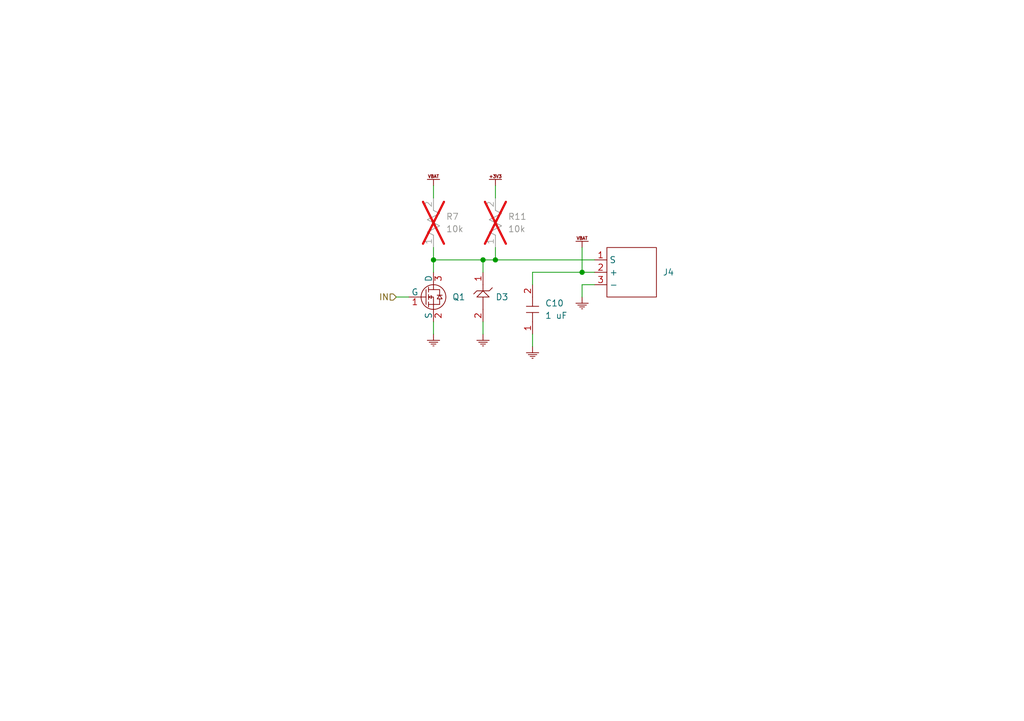
<source format=kicad_sch>
(kicad_sch (version 20230121) (generator eeschema)
  (paper "A5")
  (lib_symbols
    (symbol "zandmd:+3V3" (power) (pin_names (offset 0))
      (symbol "+3V3_0_1"
        (polyline (pts (xy -1.27 1.27) (xy 1.27 1.27)))
        (polyline (pts (xy 0 0) (xy 0 1.27)))
      )
      (symbol "+3V3_1_1"
        (text "+3V3" (at 0 1.905 0) (effects (font (size 0.635 0.635))))
        (pin power_in line (at 0 0 90) (length 0) hide (name "+3V3") (number "1"))
      )
    )
    (symbol "zandmd:BSS816NWH6327XTSA1" (pin_names (offset 0))
      (property "Reference" "Q" (at 0 0 0))
      (symbol "BSS816NWH6327XTSA1_0_1"
        (polyline (pts (xy 2.54 5.08) (xy 3.556 5.08)))
        (polyline (pts (xy 3.556 6.604) (xy 3.556 3.556)))
        (polyline (pts (xy 4.064 3.048) (xy 4.064 4.064)))
        (polyline (pts (xy 4.064 3.556) (xy 5.08 3.556)))
        (polyline (pts (xy 4.064 5.588) (xy 4.064 4.572)))
        (polyline (pts (xy 4.064 7.112) (xy 4.064 6.096)))
        (polyline (pts (xy 5.842 5.461) (xy 6.858 5.461)))
        (polyline (pts (xy 4.064 6.604) (xy 5.08 6.604) (xy 5.08 7.62)))
        (polyline (pts (xy 4.699 5.08) (xy 5.08 5.08) (xy 5.08 2.54)))
        (polyline (pts (xy 5.08 3.556) (xy 6.35 3.556) (xy 6.35 4.699)))
        (polyline (pts (xy 6.35 5.461) (xy 6.35 6.604) (xy 5.08 6.604)))
        (polyline (pts (xy 4.064 5.08) (xy 4.699 4.826) (xy 4.699 5.334) (xy 4.064 5.08)))
        (polyline (pts (xy 6.35 5.461) (xy 5.842 4.699) (xy 6.858 4.699) (xy 6.35 5.461)))
        (circle (center 5.08 5.08) (radius 2.54))
      )
      (symbol "BSS816NWH6327XTSA1_1_1"
        (pin passive line (at 0 5.08 0) (length 2.54) (name "G") (number "1"))
        (pin open_emitter line (at 5.08 0 90) (length 2.54) (name "S") (number "2"))
        (pin open_collector line (at 5.08 10.16 270) (length 2.54) (name "D") (number "3"))
      )
    )
    (symbol "zandmd:CAPACITOR" (pin_names (offset 0))
      (property "Reference" "C" (at 0 0 0))
      (property "Value" "C" (at 0 0 0))
      (symbol "CAPACITOR_0_1"
        (polyline (pts (xy 2.54 0) (xy 4.445 0)))
        (polyline (pts (xy 4.445 1.27) (xy 4.445 -1.27)))
        (polyline (pts (xy 5.715 1.27) (xy 5.715 -1.27)))
        (polyline (pts (xy 7.62 0) (xy 5.715 0)))
      )
      (symbol "CAPACITOR_1_1"
        (pin passive line (at 0 0 0) (length 2.54) (name "") (number "1"))
        (pin passive line (at 10.16 0 180) (length 2.54) (name "") (number "2"))
      )
    )
    (symbol "zandmd:GND" (power) (pin_names (offset 0))
      (symbol "GND_0_1"
        (polyline (pts (xy -1.27 -1.27) (xy 1.27 -1.27)))
        (polyline (pts (xy -0.889 -1.651) (xy 0.889 -1.651)))
        (polyline (pts (xy -0.508 -2.032) (xy 0.508 -2.032)))
        (polyline (pts (xy -0.127 -2.413) (xy 0.127 -2.413)))
        (polyline (pts (xy 0 0) (xy 0 -1.27)))
      )
      (symbol "GND_1_1"
        (pin power_in line (at 0 0 270) (length 0) hide (name "GND") (number "1"))
      )
    )
    (symbol "zandmd:PH1-03-UA"
      (property "Reference" "J" (at 0 0 0))
      (symbol "PH1-03-UA_0_1"
        (rectangle (start 2.54 10.16) (end 12.7 0))
      )
      (symbol "PH1-03-UA_1_1"
        (pin unspecified line (at 0 7.62 0) (length 2.54) (name "P1") (number "1") (alternate "S" input line))
        (pin unspecified line (at 0 5.08 0) (length 2.54) (name "P2") (number "2") (alternate "+" power_in line))
        (pin unspecified line (at 0 2.54 0) (length 2.54) (name "P3") (number "3") (alternate "-" passive line))
      )
    )
    (symbol "zandmd:RESISTOR" (pin_names (offset 0))
      (property "Reference" "R" (at 0 0 0))
      (property "Value" "R" (at 0 0 0))
      (symbol "RESISTOR_0_1"
        (polyline (pts (xy 2.54 0) (xy 3.175 1.27) (xy 4.445 -1.27) (xy 5.715 1.27) (xy 6.985 -1.27) (xy 7.62 0)))
      )
      (symbol "RESISTOR_1_1"
        (pin passive line (at 0 0 0) (length 2.54) (name "") (number "1"))
        (pin passive line (at 10.16 0 180) (length 2.54) (name "") (number "2"))
      )
    )
    (symbol "zandmd:SMAJ5.0A" (pin_names (offset 0))
      (property "Reference" "D" (at 0 0 0))
      (symbol "SMAJ5.0A_0_1"
        (polyline (pts (xy 3.81 0) (xy 2.54 0)))
        (polyline (pts (xy 7.62 0) (xy 5.08 0)))
        (polyline (pts (xy 3.81 0) (xy 5.08 -1.27) (xy 5.08 1.27) (xy 3.81 0)))
        (polyline (pts (xy 4.445 -1.905) (xy 3.81 -1.27) (xy 3.81 1.27) (xy 3.175 1.905)))
      )
      (symbol "SMAJ5.0A_1_1"
        (pin passive line (at 0 0 0) (length 2.54) (name "") (number "1"))
        (pin passive line (at 10.16 0 180) (length 2.54) (name "") (number "2"))
      )
    )
    (symbol "zandmd:VBAT" (power) (pin_names (offset 0))
      (symbol "VBAT_0_1"
        (polyline (pts (xy -1.27 1.27) (xy 1.27 1.27)))
        (polyline (pts (xy 0 0) (xy 0 1.27)))
      )
      (symbol "VBAT_1_1"
        (text "VBAT" (at 0 1.905 0) (effects (font (size 0.635 0.635))))
        (pin power_in line (at 0 0 90) (length 0) hide (name "VBAT") (number "1"))
      )
    )
  )
  (junction (at 99.06 53.34))
  (junction (at 88.9 53.34))
  (junction (at 101.6 53.34))
  (junction (at 119.38 55.88))
  (wire (pts (xy 99.06 66.04) (xy 99.06 68.58)))
  (wire (pts (xy 88.9 66.04) (xy 88.9 68.58)))
  (wire (pts (xy 109.22 55.88) (xy 119.38 55.88)))
  (wire (pts (xy 101.6 38.1) (xy 101.6 40.64)))
  (wire (pts (xy 121.92 58.42) (xy 119.38 58.42)))
  (wire (pts (xy 88.9 50.8) (xy 88.9 53.34)))
  (wire (pts (xy 99.06 53.34) (xy 99.06 55.88)))
  (wire (pts (xy 81.28 60.96) (xy 83.82 60.96)))
  (wire (pts (xy 99.06 53.34) (xy 88.9 53.34)))
  (wire (pts (xy 101.6 50.8) (xy 101.6 53.34)))
  (wire (pts (xy 88.9 53.34) (xy 88.9 55.88)))
  (wire (pts (xy 88.9 38.1) (xy 88.9 40.64)))
  (wire (pts (xy 119.38 50.8) (xy 119.38 55.88)))
  (wire (pts (xy 109.22 68.58) (xy 109.22 71.12)))
  (wire (pts (xy 119.38 58.42) (xy 119.38 60.96)))
  (wire (pts (xy 119.38 55.88) (xy 121.92 55.88)))
  (wire (pts (xy 109.22 58.42) (xy 109.22 55.88)))
  (wire (pts (xy 121.92 53.34) (xy 101.6 53.34)))
  (wire (pts (xy 101.6 53.34) (xy 99.06 53.34)))
  (hierarchical_label "IN" (shape input) (at 81.28 60.96 180))
  (symbol (lib_id "zandmd:RESISTOR") (at 101.6 50.8 90) (unit 1) (dnp yes)
    (property "Reference" "R11" (at 104.14 44.45 90) (effects (justify right)))
    (property "Value" "10k" (at 104.14 46.99 90) (effects (justify right)))
    (property "Footprint" "zandmd:PASSIVE-NPOL-0805" (effects hide))
    (property "Sim.Device" "R" (effects hide))
    (property "Sim.Pins" "1=+ 2=-" (effects hide))
    (instances (project "pinewood-derby-car" (path "" (reference "R11") (unit 1)) (path "" (reference "R12") (unit 1))))
  )
  (symbol (lib_id "zandmd:VBAT") (at 119.38 50.8 0) (unit 1)
    (property "Reference" "#PWR023" (effects hide))
    (property "Value" "VBAT" (effects hide))
    (instances (project "pinewood-derby-car" (path "" (reference "#PWR023") (unit 1)) (path "" (reference "#PWR034") (unit 1))))
  )
  (symbol (lib_id "zandmd:+3V3") (at 101.6 38.1 0) (unit 1)
    (property "Reference" "#PWR028" (effects hide))
    (property "Value" "+3V3" (effects hide))
    (instances (project "pinewood-derby-car" (path "" (reference "#PWR028") (unit 1)) (path "" (reference "#PWR032") (unit 1))))
  )
  (symbol (lib_id "zandmd:GND") (at 119.38 60.96 0) (unit 1)
    (property "Reference" "#PWR022" (effects hide))
    (property "Value" "GND" (effects hide))
    (instances (project "pinewood-derby-car" (path "" (reference "#PWR022") (unit 1)) (path "" (reference "#PWR035") (unit 1))))
  )
  (symbol (lib_id "zandmd:GND") (at 99.06 68.58 0) (unit 1)
    (property "Reference" "#PWR026" (effects hide))
    (property "Value" "GND" (effects hide))
    (instances (project "pinewood-derby-car" (path "" (reference "#PWR026") (unit 1)) (path "" (reference "#PWR031") (unit 1))))
  )
  (symbol (lib_id "zandmd:PH1-03-UA") (at 121.92 60.96 0) (unit 1)
    (property "Reference" "J4" (at 135.89 55.88 0) (effects (justify left)))
    (property "Value" "PH1-03-UA" (effects hide))
    (property "Footprint" "zandmd:PH1-03-UA" (effects hide))
    (property "Datasheet" "https://app.adam-tech.com/products/download/data_sheet/201605/ph1-xx-ua-data-sheet.pdf" (effects hide))
    (property "Sim.Enable" "0" (effects hide))
    (pin "1" (alternate "S"))
    (pin "2" (alternate "+"))
    (pin "3" (alternate "-"))
    (instances (project "pinewood-derby-car" (path "" (reference "J4") (unit 1)) (path "" (reference "J5") (unit 1))))
  )
  (symbol (lib_id "zandmd:VBAT") (at 88.9 38.1 0) (unit 1)
    (property "Reference" "#PWR027" (effects hide))
    (property "Value" "VBAT" (effects hide))
    (instances (project "pinewood-derby-car" (path "" (reference "#PWR027") (unit 1)) (path "" (reference "#PWR029") (unit 1))))
  )
  (symbol (lib_id "zandmd:RESISTOR") (at 88.9 50.8 90) (unit 1) (dnp yes)
    (property "Reference" "R7" (at 91.44 44.45 90) (effects (justify right)))
    (property "Value" "10k" (at 91.44 46.99 90) (effects (justify right)))
    (property "Footprint" "zandmd:PASSIVE-NPOL-0805" (effects hide))
    (property "Sim.Device" "R" (effects hide))
    (property "Sim.Pins" "1=+ 2=-" (effects hide))
    (instances (project "pinewood-derby-car" (path "" (reference "R7") (unit 1)) (path "" (reference "R8") (unit 1))))
  )
  (symbol (lib_id "zandmd:GND") (at 109.22 71.12 0) (unit 1)
    (property "Reference" "#PWR024" (effects hide))
    (property "Value" "GND" (effects hide))
    (instances (project "pinewood-derby-car" (path "" (reference "#PWR024") (unit 1)) (path "" (reference "#PWR033") (unit 1))))
  )
  (symbol (lib_id "zandmd:CAPACITOR") (at 109.22 68.58 90) (unit 1)
    (property "Reference" "C10" (at 111.76 62.23 90) (effects (justify right)))
    (property "Value" "1 uF" (at 111.76 64.77 90) (effects (justify right)))
    (property "Footprint" "zandmd:PASSIVE-NPOL-0805" (effects hide))
    (property "Sim.Device" "C" (effects hide))
    (property "Sim.Pins" "1=+ 2=-" (effects hide))
    (instances (project "pinewood-derby-car" (path "" (reference "C10") (unit 1)) (path "" (reference "C11") (unit 1))))
  )
  (symbol (lib_id "zandmd:GND") (at 88.9 68.58 0) (unit 1)
    (property "Reference" "#PWR025" (effects hide))
    (property "Value" "GND" (effects hide))
    (instances (project "pinewood-derby-car" (path "" (reference "#PWR025") (unit 1)) (path "" (reference "#PWR030") (unit 1))))
  )
  (symbol (lib_id "zandmd:BSS816NWH6327XTSA1") (at 83.82 66.04 0) (unit 1)
    (property "Reference" "Q1" (at 92.71 60.96 0) (effects (justify left)))
    (property "Value" "BSS816NWH6327XTSA1" (effects hide))
    (property "Footprint" "zandmd:BSS816NWH6327XTSA1" (effects hide))
    (property "Datasheet" "https://www.infineon.com/dgdl/Infineon-BSS816NW-DS-v02_03-en.pdf?fileId=db3a304335113a6301351e704a2e1332" (effects hide))
    (property "Sim.Device" "SUBCKT" (effects hide))
    (property "Sim.Pins" "1=gate 2=source 3=drain" (effects hide))
    (property "Sim.Library" "..\\sim\\BSS816NWH6327XTSA1.lib" (effects hide))
    (property "Sim.Name" "BSS816NW_L0" (effects hide))
    (instances (project "pinewood-derby-car" (path "" (reference "Q1") (unit 1)) (path "" (reference "Q2") (unit 1))))
  )
  (symbol (lib_id "zandmd:SMAJ5.0A") (at 99.06 55.88 270) (unit 1)
    (property "Reference" "D3" (at 101.6 60.96 90) (effects (justify left)))
    (property "Value" "SMAJ5.0A" (effects hide))
    (property "Footprint" "zandmd:SMAJ5.0A" (effects hide))
    (property "Datasheet" "https://goodarksemi.com/docs/datasheets/transient_voltage_suppressors/SMAJx.pdf" (effects hide))
    (property "Sim.Enable" "0" (effects hide))
    (instances (project "pinewood-derby-car" (path "" (reference "D3") (unit 1)) (path "" (reference "D4") (unit 1))))
  )
)
</source>
